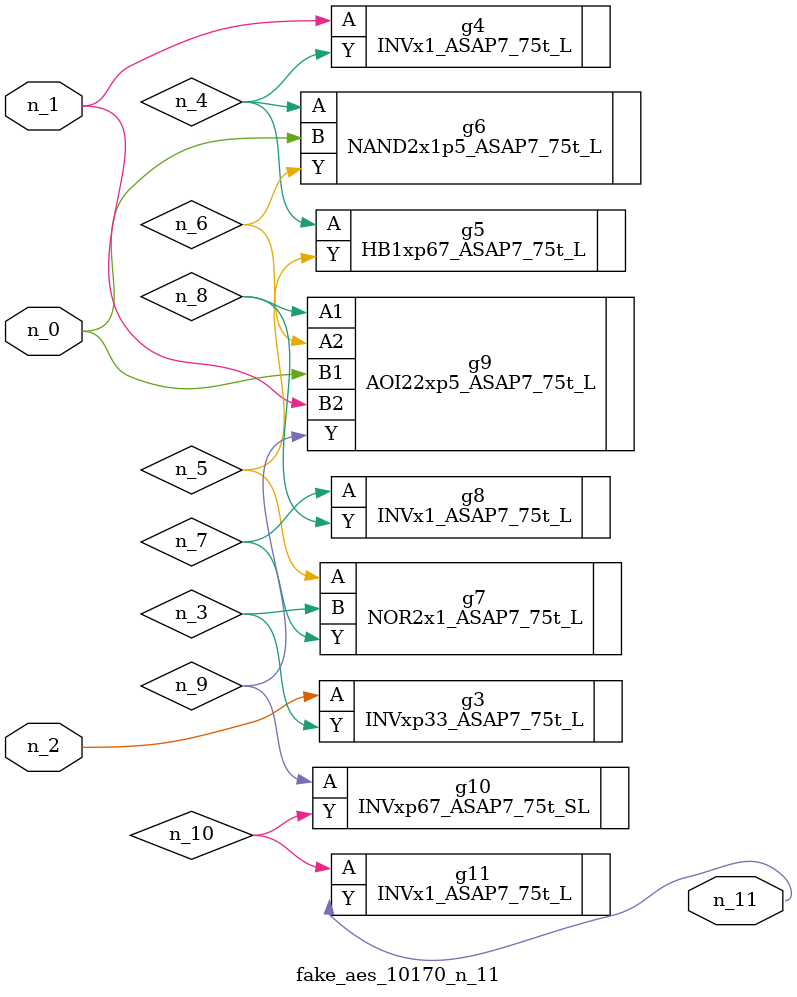
<source format=v>
module fake_aes_10170_n_11 (n_1, n_2, n_0, n_11);
input n_1;
input n_2;
input n_0;
output n_11;
wire n_6;
wire n_4;
wire n_3;
wire n_9;
wire n_5;
wire n_7;
wire n_10;
wire n_8;
INVxp33_ASAP7_75t_L g3 ( .A(n_2), .Y(n_3) );
INVx1_ASAP7_75t_L g4 ( .A(n_1), .Y(n_4) );
HB1xp67_ASAP7_75t_L g5 ( .A(n_4), .Y(n_5) );
NAND2x1p5_ASAP7_75t_L g6 ( .A(n_4), .B(n_0), .Y(n_6) );
NOR2x1_ASAP7_75t_L g7 ( .A(n_5), .B(n_3), .Y(n_7) );
INVx1_ASAP7_75t_L g8 ( .A(n_7), .Y(n_8) );
AOI22xp5_ASAP7_75t_L g9 ( .A1(n_8), .A2(n_6), .B1(n_0), .B2(n_1), .Y(n_9) );
INVxp67_ASAP7_75t_SL g10 ( .A(n_9), .Y(n_10) );
INVx1_ASAP7_75t_L g11 ( .A(n_10), .Y(n_11) );
endmodule
</source>
